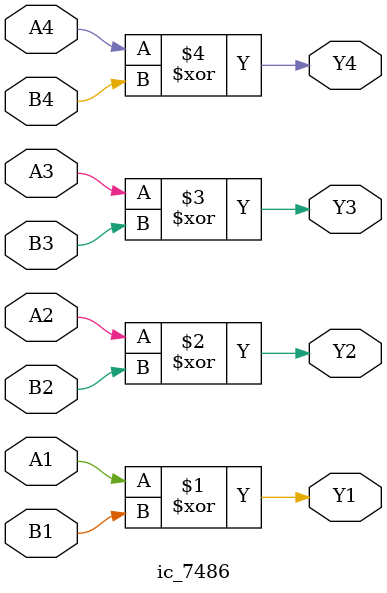
<source format=v>


module ic_7486(
    Y1, A1, B1,
    Y2, A2, B2,
    Y3, A3, B3,
    Y4, A4, B4);
    output Y1, Y2, Y3, Y4;
    input A1, B1, A2, B2, A3, B3, A4, B4;

    assign Y1 = (A1 ^ B1); 
    assign Y2 = (A2 ^ B2); 
    assign Y3 = (A3 ^ B3); 
    assign Y4 = (A4 ^ B4); 

endmodule

</source>
